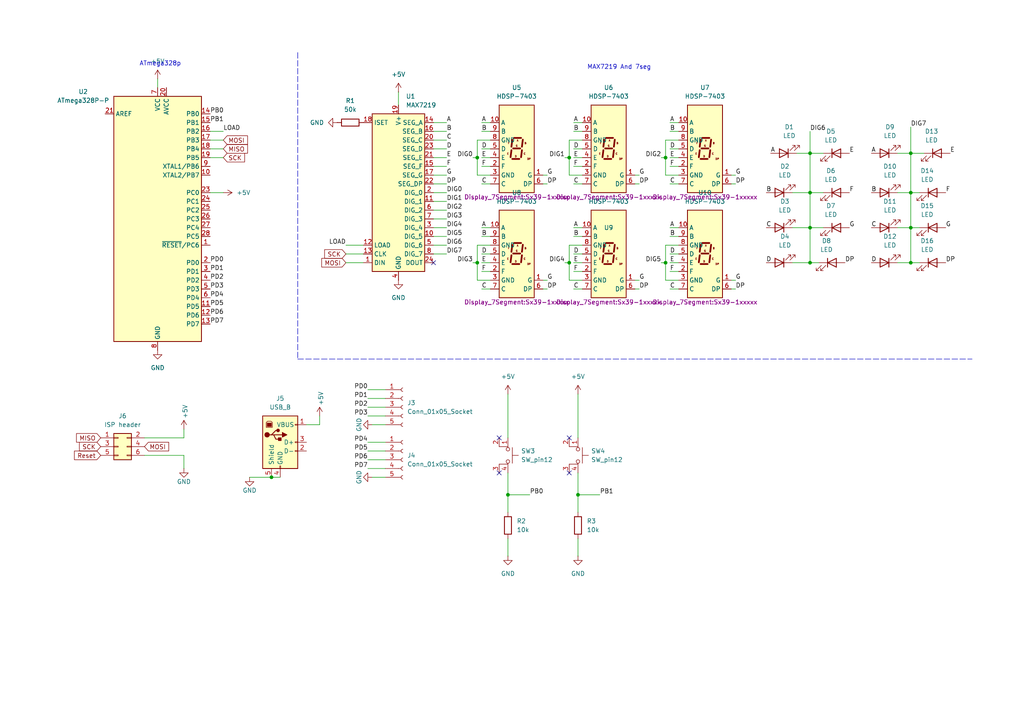
<source format=kicad_sch>
(kicad_sch (version 20250114) (generator "eeschema") (generator_version "9.0")
  (paper "A4")
  (lib_symbols
    (symbol "+5V_1" (power) (pin_numbers (hide yes)) (pin_names (offset 0) (hide yes))
      (property "Value" "+5V" (at 0 3.556 0))
      (symbol "+5V_1_0_1"
        (polyline (pts (xy -0.762 1.27) (xy 0 2.54)))
        (polyline (pts (xy 0 2.54) (xy 0.762 1.27)))
        (polyline (pts (xy 0 0) (xy 0 2.54)))
      )
      (symbol "+5V_1_1_1"
        (pin power_in line (at 0 0 90) (length 0) (name "~") (number "1"))
      )
    )
    (symbol "Connector:Conn_01x05_Socket" (pin_names (offset 1.016) (hide yes))
      (property "Reference" "J" (at 0 7.62 0))
      (property "Value" "Conn_01x05_Socket" (at 0 -7.62 0))
      (symbol "Conn_01x05_Socket_1_1"
        (polyline (pts (xy -1.27 5.08) (xy -0.508 5.08)) (stroke (width 0.1524)))
        (polyline (pts (xy -1.27 2.54) (xy -0.508 2.54)) (stroke (width 0.1524)))
        (polyline (pts (xy -1.27 0) (xy -0.508 0)) (stroke (width 0.1524)))
        (polyline (pts (xy -1.27 -2.54) (xy -0.508 -2.54)) (stroke (width 0.1524)))
        (polyline (pts (xy -1.27 -5.08) (xy -0.508 -5.08)) (stroke (width 0.1524)))
        (arc (start 0 4.572) (mid -0.5058 5.08) (end 0 5.588) (stroke (width 0.1524)))
        (arc (start 0 2.032) (mid -0.5058 2.54) (end 0 3.048) (stroke (width 0.1524)))
        (arc (start 0 -0.508) (mid -0.5058 0) (end 0 0.508) (stroke (width 0.1524)))
        (arc (start 0 -3.048) (mid -0.5058 -2.54) (end 0 -2.032) (stroke (width 0.1524)))
        (arc (start 0 -5.588) (mid -0.5058 -5.08) (end 0 -4.572) (stroke (width 0.1524)))
        (pin passive line (at -5.08 5.08 0) (length 3.81) (name "Pin_1") (number "1"))
        (pin passive line (at -5.08 2.54 0) (length 3.81) (name "Pin_2") (number "2"))
        (pin passive line (at -5.08 0 0) (length 3.81) (name "Pin_3") (number "3"))
        (pin passive line (at -5.08 -2.54 0) (length 3.81) (name "Pin_4") (number "4"))
        (pin passive line (at -5.08 -5.08 0) (length 3.81) (name "Pin_5") (number "5"))
      )
    )
    (symbol "Connector:USB_B" (pin_names (offset 1.016))
      (property "Reference" "J" (at -5.08 11.43 0))
      (property "Value" "USB_B" (at -5.08 8.89 0))
      (symbol "USB_B_0_1"
        (rectangle (start -5.08 -7.62) (end 5.08 7.62) (stroke (width 0.254)) (fill (type background)))
        (polyline (pts (xy -4.064 4.318) (xy -2.286 4.318) (xy -2.286 5.715) (xy -2.667 6.096) (xy -3.683 6.096) (xy -4.064 5.715) (xy -4.064 4.318)))
        (rectangle (start -3.81 5.588) (end -2.54 4.572) (fill (type outline)))
        (circle (center -3.81 2.159) (radius 0.635) (stroke (width 0.254)) (fill (type outline)))
        (polyline (pts (xy -3.175 2.159) (xy -2.54 2.159) (xy -1.27 3.429) (xy -0.635 3.429)) (stroke (width 0.254)))
        (polyline (pts (xy -2.54 2.159) (xy -1.905 2.159) (xy -1.27 0.889) (xy 0 0.889)) (stroke (width 0.254)))
        (polyline (pts (xy -1.905 2.159) (xy 0.635 2.159)) (stroke (width 0.254)))
        (circle (center -0.635 3.429) (radius 0.381) (stroke (width 0.254)) (fill (type outline)))
        (rectangle (start -0.127 -7.62) (end 0.127 -6.858))
        (rectangle (start 0.254 1.27) (end -0.508 0.508) (stroke (width 0.254)) (fill (type outline)))
        (polyline (pts (xy 0.635 2.794) (xy 0.635 1.524) (xy 1.905 2.159) (xy 0.635 2.794)) (stroke (width 0.254)) (fill (type outline)))
        (rectangle (start 5.08 4.953) (end 4.318 5.207))
        (rectangle (start 5.08 -0.127) (end 4.318 0.127))
        (rectangle (start 5.08 -2.667) (end 4.318 -2.413))
      )
      (symbol "USB_B_1_1"
        (pin passive line (at -2.54 -10.16 90) (length 2.54) (name "Shield") (number "5"))
        (pin power_out line (at 0 -10.16 90) (length 2.54) (name "GND") (number "4"))
        (pin power_out line (at 7.62 5.08 180) (length 2.54) (name "VBUS") (number "1"))
        (pin bidirectional line (at 7.62 0 180) (length 2.54) (name "D+") (number "3"))
        (pin bidirectional line (at 7.62 -2.54 180) (length 2.54) (name "D-") (number "2"))
      )
    )
    (symbol "Connector_Generic:Conn_02x03_Odd_Even" (pin_names (offset 1.016) (hide yes))
      (property "Reference" "J" (at 1.27 5.08 0))
      (property "Value" "Conn_02x03_Odd_Even" (at 1.27 -5.08 0))
      (symbol "Conn_02x03_Odd_Even_1_1"
        (rectangle (start -1.27 3.81) (end 3.81 -3.81) (stroke (width 0.254)) (fill (type background)))
        (rectangle (start -1.27 2.667) (end 0 2.413) (stroke (width 0.1524)))
        (rectangle (start -1.27 0.127) (end 0 -0.127) (stroke (width 0.1524)))
        (rectangle (start -1.27 -2.413) (end 0 -2.667) (stroke (width 0.1524)))
        (rectangle (start 3.81 2.667) (end 2.54 2.413) (stroke (width 0.1524)))
        (rectangle (start 3.81 0.127) (end 2.54 -0.127) (stroke (width 0.1524)))
        (rectangle (start 3.81 -2.413) (end 2.54 -2.667) (stroke (width 0.1524)))
        (pin passive line (at -5.08 2.54 0) (length 3.81) (name "Pin_1") (number "1"))
        (pin passive line (at -5.08 0 0) (length 3.81) (name "Pin_3") (number "3"))
        (pin passive line (at -5.08 -2.54 0) (length 3.81) (name "Pin_5") (number "5"))
        (pin passive line (at 7.62 2.54 180) (length 3.81) (name "Pin_2") (number "2"))
        (pin passive line (at 7.62 0 180) (length 3.81) (name "Pin_4") (number "4"))
        (pin passive line (at 7.62 -2.54 180) (length 3.81) (name "Pin_6") (number "6"))
      )
    )
    (symbol "Device:LED" (pin_numbers (hide yes)) (pin_names (offset 1.016) (hide yes))
      (property "Reference" "D" (at 0 2.54 0))
      (property "Value" "LED" (at 0 -2.54 0))
      (symbol "LED_0_1"
        (polyline (pts (xy -3.048 -0.762) (xy -4.572 -2.286) (xy -3.81 -2.286) (xy -4.572 -2.286) (xy -4.572 -1.524)))
        (polyline (pts (xy -1.778 -0.762) (xy -3.302 -2.286) (xy -2.54 -2.286) (xy -3.302 -2.286) (xy -3.302 -1.524)))
        (polyline (pts (xy -1.27 0) (xy 1.27 0)))
        (polyline (pts (xy -1.27 -1.27) (xy -1.27 1.27)) (stroke (width 0.254)))
        (polyline (pts (xy 1.27 -1.27) (xy 1.27 1.27) (xy -1.27 0) (xy 1.27 -1.27)) (stroke (width 0.254)))
      )
      (symbol "LED_1_1"
        (pin passive line (at -3.81 0 0) (length 2.54) (name "K") (number "1"))
        (pin passive line (at 3.81 0 180) (length 2.54) (name "A") (number "2"))
      )
    )
    (symbol "Device:R" (pin_numbers (hide yes)) (pin_names (offset 0))
      (property "Reference" "R" (at 2.032 0 90))
      (property "Value" "R" (at 0 0 90))
      (symbol "R_0_1"
        (rectangle (start -1.016 -2.54) (end 1.016 2.54) (stroke (width 0.254)))
      )
      (symbol "R_1_1"
        (pin passive line (at 0 3.81 270) (length 1.27) (name "~") (number "1"))
        (pin passive line (at 0 -3.81 90) (length 1.27) (name "~") (number "2"))
      )
    )
    (symbol "Driver_LED:MAX7219"
      (property "Reference" "U" (at -6.35 24.13 0))
      (property "Value" "MAX7219" (at 1.27 25.4 0))
      (symbol "MAX7219_0_1"
        (rectangle (start -7.62 22.86) (end 7.62 -22.86) (stroke (width 0.254)) (fill (type background)))
      )
      (symbol "MAX7219_1_1"
        (pin input line (at -10.16 20.32 0) (length 2.54) (name "ISET") (number "18"))
        (pin input line (at -10.16 -15.24 0) (length 2.54) (name "LOAD") (number "12"))
        (pin input line (at -10.16 -17.78 0) (length 2.54) (name "CLK") (number "13"))
        (pin input line (at -10.16 -20.32 0) (length 2.54) (name "DIN") (number "1"))
        (pin power_in line (at 0 25.4 270) (length 2.54) (name "V+") (number "19"))
        (pin power_in line (at 0 -25.4 90) (length 2.54) (name "GND") (number "4"))
        (pin passive line (at 0 -25.4 90) (length 2.54) (hide yes) (name "GND") (number "9"))
        (pin output line (at 10.16 20.32 180) (length 2.54) (name "SEG_A") (number "14"))
        (pin output line (at 10.16 17.78 180) (length 2.54) (name "SEG_B") (number "16"))
        (pin output line (at 10.16 15.24 180) (length 2.54) (name "SEG_C") (number "20"))
        (pin output line (at 10.16 12.7 180) (length 2.54) (name "SEG_D") (number "23"))
        (pin output line (at 10.16 10.16 180) (length 2.54) (name "SEG_E") (number "21"))
        (pin output line (at 10.16 7.62 180) (length 2.54) (name "SEG_F") (number "15"))
        (pin output line (at 10.16 5.08 180) (length 2.54) (name "SEG_G") (number "17"))
        (pin output line (at 10.16 2.54 180) (length 2.54) (name "SEG_DP") (number "22"))
        (pin output line (at 10.16 0 180) (length 2.54) (name "DIG_0") (number "2"))
        (pin output line (at 10.16 -2.54 180) (length 2.54) (name "DIG_1") (number "11"))
        (pin output line (at 10.16 -5.08 180) (length 2.54) (name "DIG_2") (number "6"))
        (pin output line (at 10.16 -7.62 180) (length 2.54) (name "DIG_3") (number "7"))
        (pin output line (at 10.16 -10.16 180) (length 2.54) (name "DIG_4") (number "3"))
        (pin output line (at 10.16 -12.7 180) (length 2.54) (name "DIG_5") (number "10"))
        (pin output line (at 10.16 -15.24 180) (length 2.54) (name "DIG_6") (number "5"))
        (pin output line (at 10.16 -17.78 180) (length 2.54) (name "DIG_7") (number "8"))
        (pin output line (at 10.16 -20.32 180) (length 2.54) (name "DOUT") (number "24"))
      )
    )
    (symbol "HDSP-7403_1"
      (property "Reference" "U4" (at 0 17.78 0))
      (property "Value" "HDSP-7403" (at 0 15.24 0))
      (symbol "HDSP-7403_1_1_0"
        (text "E" (at -2.54 -1.397 0) (effects (font (size 0.508 0.508))))
        (text "F" (at -2.286 1.651 0) (effects (font (size 0.508 0.508))))
        (text "D" (at -0.254 -2.159 0) (effects (font (size 0.508 0.508))))
        (text "G" (at 0 0.889 0) (effects (font (size 0.508 0.508))))
        (text "A" (at 0.254 2.413 0) (effects (font (size 0.508 0.508))))
        (text "C" (at 2.286 -1.397 0) (effects (font (size 0.508 0.508))))
        (text "B" (at 2.54 1.651 0) (effects (font (size 0.508 0.508))))
        (text "DP" (at 3.556 -2.921 0) (effects (font (size 0.508 0.508))))
      )
      (symbol "HDSP-7403_1_1_1"
        (rectangle (start -5.08 12.7) (end 5.08 -12.7) (stroke (width 0.254)) (fill (type background)))
        (polyline (pts (xy -1.524 -0.381) (xy -1.778 -2.413)) (stroke (width 0.508)))
        (polyline (pts (xy -1.27 2.667) (xy -1.524 0.635)) (stroke (width 0.508)))
        (polyline (pts (xy -1.27 -2.921) (xy 0.762 -2.921)) (stroke (width 0.508)))
        (polyline (pts (xy -1.016 0.127) (xy 1.016 0.127)) (stroke (width 0.508)))
        (polyline (pts (xy -0.762 3.175) (xy 1.27 3.175)) (stroke (width 0.508)))
        (polyline (pts (xy 1.524 -0.381) (xy 1.27 -2.413)) (stroke (width 0.508)))
        (polyline (pts (xy 1.778 2.667) (xy 1.524 0.635)) (stroke (width 0.508)))
        (polyline (pts (xy 2.54 -2.921) (xy 2.54 -2.921)) (stroke (width 0.508)))
        (pin input line (at -7.62 7.62 0) (length 2.54) (name "A") (number "10"))
        (pin input line (at -7.62 5.08 0) (length 2.54) (name "B") (number "9"))
        (pin input line (at -7.62 2.54 0) (length 2.54) (name "GND") (number "8"))
        (pin input line (at -7.62 0 0) (length 2.54) (name "D") (number "5"))
        (pin input line (at -7.62 -2.54 0) (length 2.54) (name "E") (number "4"))
        (pin input line (at -7.62 -5.08 0) (length 2.54) (name "F") (number "2"))
        (pin input line (at -7.62 -7.62 0) (length 2.54) (name "GND") (number "3"))
        (pin input line (at -7.62 -10.16 0) (length 2.54) (name "C") (number "7"))
        (pin input line (at 7.62 -7.62 180) (length 2.54) (name "G") (number "1"))
        (pin input line (at 7.62 -10.16 180) (length 2.54) (name "DP") (number "6"))
      )
    )
    (symbol "MCU_Microchip_ATmega:ATmega328P-P"
      (property "Reference" "U" (at -12.7 36.83 0))
      (property "Value" "ATmega328P-P" (at 2.54 -36.83 0))
      (symbol "ATmega328P-P_0_1"
        (rectangle (start -12.7 -35.56) (end 12.7 35.56) (stroke (width 0.254)) (fill (type background)))
      )
      (symbol "ATmega328P-P_1_1"
        (pin passive line (at -15.24 30.48 0) (length 2.54) (name "AREF") (number "21"))
        (pin power_in line (at 0 38.1 270) (length 2.54) (name "VCC") (number "7"))
        (pin passive line (at 0 -38.1 90) (length 2.54) (hide yes) (name "GND") (number "22"))
        (pin power_in line (at 0 -38.1 90) (length 2.54) (name "GND") (number "8"))
        (pin power_in line (at 2.54 38.1 270) (length 2.54) (name "AVCC") (number "20"))
        (pin bidirectional line (at 15.24 30.48 180) (length 2.54) (name "PB0") (number "14"))
        (pin bidirectional line (at 15.24 27.94 180) (length 2.54) (name "PB1") (number "15"))
        (pin bidirectional line (at 15.24 25.4 180) (length 2.54) (name "PB2") (number "16"))
        (pin bidirectional line (at 15.24 22.86 180) (length 2.54) (name "PB3") (number "17"))
        (pin bidirectional line (at 15.24 20.32 180) (length 2.54) (name "PB4") (number "18"))
        (pin bidirectional line (at 15.24 17.78 180) (length 2.54) (name "PB5") (number "19"))
        (pin bidirectional line (at 15.24 15.24 180) (length 2.54) (name "XTAL1/PB6") (number "9"))
        (pin bidirectional line (at 15.24 12.7 180) (length 2.54) (name "XTAL2/PB7") (number "10"))
        (pin bidirectional line (at 15.24 7.62 180) (length 2.54) (name "PC0") (number "23"))
        (pin bidirectional line (at 15.24 5.08 180) (length 2.54) (name "PC1") (number "24"))
        (pin bidirectional line (at 15.24 2.54 180) (length 2.54) (name "PC2") (number "25"))
        (pin bidirectional line (at 15.24 0 180) (length 2.54) (name "PC3") (number "26"))
        (pin bidirectional line (at 15.24 -2.54 180) (length 2.54) (name "PC4") (number "27"))
        (pin bidirectional line (at 15.24 -5.08 180) (length 2.54) (name "PC5") (number "28"))
        (pin bidirectional line (at 15.24 -7.62 180) (length 2.54) (name "~{RESET}/PC6") (number "1"))
        (pin bidirectional line (at 15.24 -12.7 180) (length 2.54) (name "PD0") (number "2"))
        (pin bidirectional line (at 15.24 -15.24 180) (length 2.54) (name "PD1") (number "3"))
        (pin bidirectional line (at 15.24 -17.78 180) (length 2.54) (name "PD2") (number "4"))
        (pin bidirectional line (at 15.24 -20.32 180) (length 2.54) (name "PD3") (number "5"))
        (pin bidirectional line (at 15.24 -22.86 180) (length 2.54) (name "PD4") (number "6"))
        (pin bidirectional line (at 15.24 -25.4 180) (length 2.54) (name "PD5") (number "11"))
        (pin bidirectional line (at 15.24 -27.94 180) (length 2.54) (name "PD6") (number "12"))
        (pin bidirectional line (at 15.24 -30.48 180) (length 2.54) (name "PD7") (number "13"))
      )
    )
    (symbol "Switch:SW_MEC_5E" (pin_names (offset 1.016) (hide yes))
      (property "Reference" "SW" (at 0.635 5.715 0))
      (property "Value" "SW_MEC_5E" (at 0 -3.175 0))
      (symbol "SW_MEC_5E_0_1"
        (polyline (pts (xy -2.54 0) (xy -2.54 2.54) (xy -2.286 2.54)))
        (polyline (pts (xy -2.286 3.81) (xy 2.286 3.81)))
        (circle (center -1.778 2.54) (radius 0.508))
        (polyline (pts (xy 0 3.81) (xy 0 5.588)))
        (circle (center 1.778 2.54) (radius 0.508))
        (polyline (pts (xy 2.54 0) (xy 2.54 2.54) (xy 2.286 2.54)))
        (pin passive line (at -5.08 2.54 0) (length 2.54) (name "1") (number "1"))
        (pin passive line (at -5.08 0 0) (length 2.54) (name "2") (number "2"))
        (pin passive line (at 5.08 2.54 180) (length 2.54) (name "A") (number "4"))
        (pin passive line (at 5.08 0 180) (length 2.54) (name "K") (number "3"))
      )
    )
    (symbol "power:+5V" (power) (pin_names (offset 0))
      (property "Value" "+5V" (at 0 3.556 0))
      (symbol "+5V_0_1"
        (polyline (pts (xy -0.762 1.27) (xy 0 2.54)))
        (polyline (pts (xy 0 2.54) (xy 0.762 1.27)))
        (polyline (pts (xy 0 0) (xy 0 2.54)))
      )
      (symbol "+5V_1_1"
        (pin power_in line (at 0 0 90) (length 0) (hide yes) (name "+5V") (number "1"))
      )
    )
    (symbol "power:GND" (power) (pin_numbers (hide yes)) (pin_names (offset 0) (hide yes))
      (property "Value" "GND" (at 0 -3.81 0))
      (symbol "GND_0_1"
        (polyline (pts (xy 0 0) (xy 0 -1.27) (xy 1.27 -1.27) (xy 0 -2.54) (xy -1.27 -1.27) (xy 0 -1.27)))
      )
      (symbol "GND_1_1"
        (pin power_in line (at 0 0 270) (length 0) (name "~") (number "1"))
      )
    )
  )
  (text "MAX7219 And 7seg\n" (at 179.578 19.558 0) (effects (font (size 1.27 1.27))))
  (text "ATmega328p\n" (at 46.482 18.542 0) (effects (font (size 1.27 1.27))))
  (junction (at 264.16 55.88))
  (junction (at 234.95 44.45))
  (junction (at 138.43 76.2))
  (junction (at 165.1 45.72))
  (junction (at 193.04 45.72))
  (junction (at 167.64 143.51))
  (junction (at 264.16 76.2))
  (junction (at 165.1 76.2))
  (junction (at 138.43 45.72))
  (junction (at 193.04 76.2))
  (junction (at 78.74 138.43))
  (junction (at 147.32 143.51))
  (junction (at 234.95 66.04))
  (junction (at 234.95 76.2))
  (junction (at 264.16 66.04))
  (junction (at 264.16 44.45))
  (junction (at 234.95 55.88))
  (no_connect (at 144.78 137.16))
  (no_connect (at 165.1 127))
  (no_connect (at 165.1 137.16))
  (no_connect (at 125.73 76.2))
  (no_connect (at 144.78 127))
  (wire (pts (xy 212.09 53.34) (xy 213.36 53.34)))
  (wire (pts (xy 139.7 83.82) (xy 142.24 83.82)))
  (wire (pts (xy 138.43 50.8) (xy 142.24 50.8)))
  (wire (pts (xy 157.48 50.8) (xy 158.75 50.8)))
  (wire (pts (xy 196.85 40.64) (xy 193.04 40.64)))
  (wire (pts (xy 194.31 45.72) (xy 196.85 45.72)))
  (wire (pts (xy 129.54 63.5) (xy 125.73 63.5)))
  (wire (pts (xy 139.7 78.74) (xy 142.24 78.74)))
  (wire (pts (xy 194.31 53.34) (xy 196.85 53.34)))
  (wire (pts (xy 147.32 148.59) (xy 147.32 143.51)))
  (wire (pts (xy 92.71 123.19) (xy 92.71 120.65)))
  (wire (pts (xy 138.43 81.28) (xy 142.24 81.28)))
  (wire (pts (xy 100.33 71.12) (xy 105.41 71.12)))
  (wire (pts (xy 229.87 55.88) (xy 234.95 55.88)))
  (wire (pts (xy 100.33 76.2) (xy 105.41 76.2)))
  (wire (pts (xy 106.68 120.65) (xy 111.76 120.65)))
  (wire (pts (xy 193.04 40.64) (xy 193.04 45.72)))
  (wire (pts (xy 196.85 71.12) (xy 193.04 71.12)))
  (wire (pts (xy 139.7 48.26) (xy 142.24 48.26)))
  (wire (pts (xy 129.54 71.12) (xy 125.73 71.12)))
  (wire (pts (xy 212.09 81.28) (xy 213.36 81.28)))
  (wire (pts (xy 107.95 123.19) (xy 111.76 123.19)))
  (wire (pts (xy 166.37 76.2) (xy 168.91 76.2)))
  (wire (pts (xy 138.43 40.64) (xy 138.43 45.72)))
  (wire (pts (xy 166.37 83.82) (xy 168.91 83.82)))
  (wire (pts (xy 53.34 132.08) (xy 53.34 135.89)))
  (wire (pts (xy 41.91 132.08) (xy 53.34 132.08)))
  (wire (pts (xy 138.43 45.72) (xy 138.43 50.8)))
  (wire (pts (xy 72.39 138.43) (xy 78.74 138.43)))
  (wire (pts (xy 229.87 66.04) (xy 234.95 66.04)))
  (wire (pts (xy 157.48 53.34) (xy 158.75 53.34)))
  (wire (pts (xy 167.64 114.3) (xy 167.64 127)))
  (wire (pts (xy 166.37 38.1) (xy 168.91 38.1)))
  (wire (pts (xy 167.64 156.21) (xy 167.64 161.29)))
  (wire (pts (xy 234.95 44.45) (xy 234.95 55.88)))
  (wire (pts (xy 193.04 76.2) (xy 193.04 81.28)))
  (wire (pts (xy 168.91 40.64) (xy 165.1 40.64)))
  (wire (pts (xy 234.95 76.2) (xy 229.87 76.2)))
  (wire (pts (xy 139.7 38.1) (xy 142.24 38.1)))
  (wire (pts (xy 264.16 66.04) (xy 264.16 76.2)))
  (wire (pts (xy 194.31 76.2) (xy 196.85 76.2)))
  (wire (pts (xy 41.91 127) (xy 53.34 127)))
  (wire (pts (xy 166.37 78.74) (xy 168.91 78.74)))
  (wire (pts (xy 147.32 114.3) (xy 147.32 127)))
  (wire (pts (xy 139.7 73.66) (xy 142.24 73.66)))
  (wire (pts (xy 264.16 66.04) (xy 266.7 66.04)))
  (wire (pts (xy 142.24 40.64) (xy 138.43 40.64)))
  (wire (pts (xy 167.64 137.16) (xy 167.64 143.51)))
  (wire (pts (xy 129.54 73.66) (xy 125.73 73.66)))
  (wire (pts (xy 166.37 73.66) (xy 168.91 73.66)))
  (wire (pts (xy 165.1 40.64) (xy 165.1 45.72)))
  (wire (pts (xy 234.95 55.88) (xy 238.76 55.88)))
  (wire (pts (xy 165.1 50.8) (xy 168.91 50.8)))
  (wire (pts (xy 106.68 133.35) (xy 111.76 133.35)))
  (wire (pts (xy 157.48 83.82) (xy 158.75 83.82)))
  (wire (pts (xy 139.7 76.2) (xy 142.24 76.2)))
  (wire (pts (xy 147.32 137.16) (xy 147.32 143.51)))
  (polyline (pts (xy 86.36 104.14) (xy 281.94 104.14)) (stroke (width 0) (type dash)))
  (wire (pts (xy 138.43 71.12) (xy 138.43 76.2)))
  (wire (pts (xy 129.54 68.58) (xy 125.73 68.58)))
  (wire (pts (xy 194.31 35.56) (xy 196.85 35.56)))
  (wire (pts (xy 157.48 81.28) (xy 158.75 81.28)))
  (wire (pts (xy 194.31 38.1) (xy 196.85 38.1)))
  (wire (pts (xy 64.77 43.18) (xy 60.96 43.18)))
  (wire (pts (xy 264.16 76.2) (xy 266.7 76.2)))
  (wire (pts (xy 167.64 143.51) (xy 173.99 143.51)))
  (wire (pts (xy 231.14 44.45) (xy 234.95 44.45)))
  (wire (pts (xy 106.68 130.81) (xy 111.76 130.81)))
  (wire (pts (xy 194.31 43.18) (xy 196.85 43.18)))
  (wire (pts (xy 193.04 45.72) (xy 193.04 50.8)))
  (wire (pts (xy 106.68 115.57) (xy 111.76 115.57)))
  (wire (pts (xy 166.37 48.26) (xy 168.91 48.26)))
  (wire (pts (xy 106.68 118.11) (xy 111.76 118.11)))
  (wire (pts (xy 129.54 60.96) (xy 125.73 60.96)))
  (wire (pts (xy 139.7 53.34) (xy 142.24 53.34)))
  (wire (pts (xy 260.35 55.88) (xy 264.16 55.88)))
  (wire (pts (xy 184.15 53.34) (xy 185.42 53.34)))
  (wire (pts (xy 88.9 123.19) (xy 92.71 123.19)))
  (wire (pts (xy 166.37 66.04) (xy 168.91 66.04)))
  (polyline (pts (xy 86.36 15.24) (xy 86.36 104.14)) (stroke (width 0) (type dash)))
  (wire (pts (xy 264.16 44.45) (xy 267.97 44.45)))
  (wire (pts (xy 60.96 45.72) (xy 64.77 45.72)))
  (wire (pts (xy 139.7 45.72) (xy 142.24 45.72)))
  (wire (pts (xy 168.91 71.12) (xy 165.1 71.12)))
  (wire (pts (xy 107.95 138.43) (xy 111.76 138.43)))
  (wire (pts (xy 139.7 66.04) (xy 142.24 66.04)))
  (wire (pts (xy 129.54 43.18) (xy 125.73 43.18)))
  (wire (pts (xy 129.54 58.42) (xy 125.73 58.42)))
  (wire (pts (xy 264.16 36.83) (xy 264.16 44.45)))
  (wire (pts (xy 106.68 113.03) (xy 111.76 113.03)))
  (wire (pts (xy 193.04 50.8) (xy 196.85 50.8)))
  (wire (pts (xy 129.54 48.26) (xy 125.73 48.26)))
  (wire (pts (xy 194.31 78.74) (xy 196.85 78.74)))
  (wire (pts (xy 260.35 66.04) (xy 264.16 66.04)))
  (wire (pts (xy 165.1 81.28) (xy 168.91 81.28)))
  (wire (pts (xy 64.77 38.1) (xy 60.96 38.1)))
  (wire (pts (xy 115.57 26.67) (xy 115.57 30.48)))
  (wire (pts (xy 166.37 45.72) (xy 168.91 45.72)))
  (wire (pts (xy 167.64 148.59) (xy 167.64 143.51)))
  (wire (pts (xy 194.31 83.82) (xy 196.85 83.82)))
  (wire (pts (xy 191.77 76.2) (xy 193.04 76.2)))
  (wire (pts (xy 163.83 76.2) (xy 165.1 76.2)))
  (wire (pts (xy 129.54 35.56) (xy 125.73 35.56)))
  (wire (pts (xy 264.16 55.88) (xy 266.7 55.88)))
  (wire (pts (xy 139.7 43.18) (xy 142.24 43.18)))
  (wire (pts (xy 45.72 22.86) (xy 45.72 25.4)))
  (wire (pts (xy 234.95 66.04) (xy 238.76 66.04)))
  (wire (pts (xy 212.09 50.8) (xy 213.36 50.8)))
  (wire (pts (xy 147.32 143.51) (xy 153.67 143.51)))
  (wire (pts (xy 129.54 55.88) (xy 125.73 55.88)))
  (wire (pts (xy 234.95 44.45) (xy 238.76 44.45)))
  (wire (pts (xy 139.7 68.58) (xy 142.24 68.58)))
  (wire (pts (xy 147.32 156.21) (xy 147.32 161.29)))
  (wire (pts (xy 184.15 83.82) (xy 185.42 83.82)))
  (wire (pts (xy 193.04 71.12) (xy 193.04 76.2)))
  (wire (pts (xy 194.31 73.66) (xy 196.85 73.66)))
  (wire (pts (xy 260.35 44.45) (xy 264.16 44.45)))
  (wire (pts (xy 53.34 127) (xy 53.34 124.46)))
  (wire (pts (xy 212.09 83.82) (xy 213.36 83.82)))
  (wire (pts (xy 191.77 45.72) (xy 193.04 45.72)))
  (wire (pts (xy 129.54 53.34) (xy 125.73 53.34)))
  (wire (pts (xy 260.35 76.2) (xy 264.16 76.2)))
  (wire (pts (xy 264.16 44.45) (xy 264.16 55.88)))
  (wire (pts (xy 129.54 66.04) (xy 125.73 66.04)))
  (wire (pts (xy 129.54 40.64) (xy 125.73 40.64)))
  (wire (pts (xy 234.95 38.1) (xy 234.95 44.45)))
  (wire (pts (xy 166.37 43.18) (xy 168.91 43.18)))
  (wire (pts (xy 129.54 45.72) (xy 125.73 45.72)))
  (wire (pts (xy 234.95 76.2) (xy 237.49 76.2)))
  (wire (pts (xy 100.33 73.66) (xy 105.41 73.66)))
  (wire (pts (xy 129.54 38.1) (xy 125.73 38.1)))
  (wire (pts (xy 165.1 71.12) (xy 165.1 76.2)))
  (wire (pts (xy 166.37 35.56) (xy 168.91 35.56)))
  (wire (pts (xy 234.95 55.88) (xy 234.95 66.04)))
  (wire (pts (xy 129.54 50.8) (xy 125.73 50.8)))
  (wire (pts (xy 194.31 68.58) (xy 196.85 68.58)))
  (wire (pts (xy 166.37 68.58) (xy 168.91 68.58)))
  (wire (pts (xy 78.74 138.43) (xy 81.28 138.43)))
  (wire (pts (xy 106.68 128.27) (xy 111.76 128.27)))
  (wire (pts (xy 60.96 55.88) (xy 64.77 55.88)))
  (wire (pts (xy 194.31 48.26) (xy 196.85 48.26)))
  (wire (pts (xy 165.1 45.72) (xy 165.1 50.8)))
  (wire (pts (xy 166.37 53.34) (xy 168.91 53.34)))
  (wire (pts (xy 184.15 81.28) (xy 185.42 81.28)))
  (wire (pts (xy 138.43 76.2) (xy 138.43 81.28)))
  (wire (pts (xy 184.15 50.8) (xy 185.42 50.8)))
  (wire (pts (xy 106.68 135.89) (xy 111.76 135.89)))
  (wire (pts (xy 142.24 71.12) (xy 138.43 71.12)))
  (wire (pts (xy 137.16 76.2) (xy 138.43 76.2)))
  (wire (pts (xy 193.04 81.28) (xy 196.85 81.28)))
  (wire (pts (xy 137.16 45.72) (xy 138.43 45.72)))
  (wire (pts (xy 165.1 76.2) (xy 165.1 81.28)))
  (wire (pts (xy 139.7 35.56) (xy 142.24 35.56)))
  (wire (pts (xy 234.95 66.04) (xy 234.95 76.2)))
  (wire (pts (xy 194.31 66.04) (xy 196.85 66.04)))
  (wire (pts (xy 264.16 55.88) (xy 264.16 66.04)))
  (wire (pts (xy 163.83 45.72) (xy 165.1 45.72)))
  (wire (pts (xy 64.77 40.64) (xy 60.96 40.64)))
  (label "DP" (at 158.75 83.82 0))
  (label "PD3" (at 106.68 120.65 180))
  (label "G" (at 246.38 66.04 0))
  (label "G" (at 274.32 66.04 0))
  (label "LOAD" (at 100.33 71.12 180))
  (label "D" (at 194.31 43.18 0))
  (label "A" (at 129.54 35.56 0))
  (label "PD2" (at 106.68 118.11 180))
  (label "PD4" (at 60.96 86.36 0))
  (label "PD6" (at 106.68 133.35 180))
  (label "F" (at 274.32 55.88 0))
  (label "D" (at 139.7 43.18 0))
  (label "D" (at 252.73 76.2 0))
  (label "F" (at 194.31 48.26 0))
  (label "G" (at 158.75 81.28 0))
  (label "E" (at 139.7 76.2 0))
  (label "B" (at 194.31 68.58 0))
  (label "DIG5" (at 191.77 76.2 180))
  (label "PD0" (at 106.68 113.03 180))
  (label "DIG5" (at 129.54 68.58 0))
  (label "D" (at 139.7 73.66 0))
  (label "DIG6" (at 129.54 71.12 0))
  (label "D" (at 129.54 43.18 0))
  (label "A" (at 139.7 35.56 0))
  (label "F" (at 129.54 48.26 0))
  (label "G" (at 185.42 81.28 0))
  (label "G" (at 213.36 81.28 0))
  (label "DP" (at 213.36 83.82 0))
  (label "B" (at 166.37 68.58 0))
  (label "E" (at 129.54 45.72 0))
  (label "PD3" (at 60.96 83.82 0))
  (label "C" (at 222.25 66.04 0))
  (label "PD7" (at 60.96 93.98 0))
  (label "C" (at 129.54 40.64 0))
  (label "F" (at 246.38 55.88 0))
  (label "DIG3" (at 129.54 63.5 0))
  (label "DIG7" (at 264.16 36.83 0))
  (label "DIG7" (at 129.54 73.66 0))
  (label "DIG3" (at 137.16 76.2 180))
  (label "PB1" (at 60.96 35.56 0))
  (label "C" (at 194.31 83.82 0))
  (label "PB1" (at 173.99 143.51 0))
  (label "A" (at 166.37 66.04 0))
  (label "PD7" (at 106.68 135.89 180))
  (label "DIG1" (at 163.83 45.72 180))
  (label "B" (at 139.7 68.58 0))
  (label "B" (at 166.37 38.1 0))
  (label "DIG0" (at 129.54 55.88 0))
  (label "A" (at 166.37 35.56 0))
  (label "A" (at 252.73 44.45 0))
  (label "A" (at 194.31 35.56 0))
  (label "F" (at 194.31 78.74 0))
  (label "D" (at 166.37 43.18 0))
  (label "E" (at 139.7 45.72 0))
  (label "E" (at 166.37 45.72 0))
  (label "DIG0" (at 137.16 45.72 180))
  (label "E" (at 275.59 44.45 0))
  (label "G" (at 129.54 50.8 0))
  (label "F" (at 166.37 48.26 0))
  (label "D" (at 222.25 76.2 0))
  (label "F" (at 139.7 78.74 0))
  (label "A" (at 194.31 66.04 0))
  (label "PD2" (at 60.96 81.28 0))
  (label "DP" (at 213.36 53.34 0))
  (label "DIG2" (at 191.77 45.72 180))
  (label "A" (at 223.52 44.45 0))
  (label "C" (at 252.73 66.04 0))
  (label "G" (at 185.42 50.8 0))
  (label "DP" (at 158.75 53.34 0))
  (label "C" (at 166.37 83.82 0))
  (label "E" (at 246.38 44.45 0))
  (label "PD5" (at 60.96 88.9 0))
  (label "DP" (at 245.11 76.2 0))
  (label "DIG4" (at 163.83 76.2 180))
  (label "E" (at 194.31 45.72 0))
  (label "B" (at 252.73 55.88 0))
  (label "G" (at 213.36 50.8 0))
  (label "PD4" (at 106.68 128.27 180))
  (label "G" (at 158.75 50.8 0))
  (label "C" (at 194.31 53.34 0))
  (label "A" (at 139.7 66.04 0))
  (label "F" (at 166.37 78.74 0))
  (label "D" (at 194.31 73.66 0))
  (label "C" (at 139.7 53.34 0))
  (label "E" (at 166.37 76.2 0))
  (label "PD6" (at 60.96 91.44 0))
  (label "DP" (at 274.32 76.2 0))
  (label "B" (at 194.31 38.1 0))
  (label "E" (at 194.31 76.2 0))
  (label "DIG4" (at 129.54 66.04 0))
  (label "PD5" (at 106.68 130.81 180))
  (label "LOAD" (at 64.77 38.1 0))
  (label "B" (at 129.54 38.1 0))
  (label "B" (at 139.7 38.1 0))
  (label "DP" (at 129.54 53.34 0))
  (label "C" (at 139.7 83.82 0))
  (label "DP" (at 185.42 53.34 0))
  (label "PD1" (at 106.68 115.57 180))
  (label "PB0" (at 60.96 33.02 0))
  (label "DIG2" (at 129.54 60.96 0))
  (label "C" (at 166.37 53.34 0))
  (label "DP" (at 185.42 83.82 0))
  (label "PB0" (at 153.67 143.51 0))
  (label "B" (at 222.25 55.88 0))
  (label "F" (at 139.7 48.26 0))
  (label "DIG6" (at 234.95 38.1 0))
  (label "DIG1" (at 129.54 58.42 0))
  (label "D" (at 166.37 73.66 0))
  (label "PD0" (at 60.96 76.2 0))
  (label "PD1" (at 60.96 78.74 0))
  (global_label "SCK" (shape input) (at 29.21 129.54 180) (property "Intersheetrefs" "${INTERSHEET_REFS}" (effects (hide yes))))
  (global_label "MOSI" (shape input) (at 41.91 129.54 0) (property "Intersheetrefs" "${INTERSHEET_REFS}" (effects (hide yes))))
  (global_label "Reset" (shape input) (at 29.21 132.08 180) (property "Intersheetrefs" "${INTERSHEET_REFS}" (effects (hide yes))))
  (global_label "SCK" (shape input) (at 64.77 45.72 0) (property "Intersheetrefs" "${INTERSHEET_REFS}" (effects (hide yes))))
  (global_label "MOSI" (shape input) (at 64.77 40.64 0) (property "Intersheetrefs" "${INTERSHEET_REFS}" (effects (hide yes))))
  (global_label "SCK" (shape input) (at 100.33 73.66 180) (property "Intersheetrefs" "${INTERSHEET_REFS}" (effects (hide yes))))
  (global_label "MISO" (shape input) (at 29.21 127 180) (property "Intersheetrefs" "${INTERSHEET_REFS}" (effects (hide yes))))
  (global_label "MOSI" (shape input) (at 100.33 76.2 180) (property "Intersheetrefs" "${INTERSHEET_REFS}" (effects (hide yes))))
  (global_label "MISO" (shape input) (at 64.77 43.18 0) (property "Intersheetrefs" "${INTERSHEET_REFS}" (effects (hide yes))))
  (symbol (lib_id "Device:LED") (at 226.06 55.88 180) (unit 1)
    (property "Reference" "D2" (at 227.6475 48.26 0))
    (property "Value" "LED" (at 227.6475 50.8 0))
    (property "Footprint" "LED_THT:LED_D3.0mm_Clear" (effects (hide yes)))
    (property "Description" "Light emitting diode" (effects (hide yes)))
    (property "Sim.Pins" "1=K 2=A" (effects (hide yes)))
  )
  (symbol (lib_id "Device:LED") (at 227.33 44.45 180) (unit 1)
    (property "Reference" "D1" (at 228.9175 36.83 0))
    (property "Value" "LED" (at 228.9175 39.37 0))
    (property "Footprint" "LED_THT:LED_D3.0mm_Clear" (effects (hide yes)))
    (property "Description" "Light emitting diode" (effects (hide yes)))
    (property "Sim.Pins" "1=K 2=A" (effects (hide yes)))
  )
  (symbol (lib_id "power:+5V") (at 92.71 120.65 0) (unit 1)
    (property "Reference" "#PWR012" (effects (hide yes)))
    (property "Value" "+5V" (at 93.0656 117.602 90) (effects (justify left)))
  )
  (symbol (lib_id "Connector_Generic:Conn_02x03_Odd_Even") (at 34.29 129.54 0) (unit 1)
    (property "Reference" "J6" (at 35.56 120.65 0))
    (property "Value" "ISP header" (at 35.56 123.19 0))
    (property "Footprint" "Connector_PinHeader_2.54mm:PinHeader_2x03_P2.54mm_Horizontal" (effects (hide yes)))
    (property "Datasheet" "https://media.distrelec.com/Web/Downloads/_t/ds/90130-3206_eng_tds.pdf" (effects (hide yes)))
  )
  (symbol (lib_name "+5V_1") (lib_id "power:+5V") (at 64.77 55.88 270) (unit 1)
    (property "Reference" "#PWR04" (effects (hide yes)))
    (property "Value" "+5V" (at 68.58 55.8799 90) (effects (justify left)))
    (property "Description" "Power symbol creates a global label with name \"+5V\"" (effects (hide yes)))
  )
  (symbol (lib_name "HDSP-7403_1") (lib_id "Display_Character:HDSP-7403") (at 204.47 73.66 0) (unit 1)
    (property "Reference" "U10" (at 204.47 55.88 0))
    (property "Value" "HDSP-7403" (at 204.47 58.42 0))
    (property "Footprint" "Display_7Segment:Sx39-1xxxxx" (at 204.47 87.63 0))
    (property "Datasheet" "https://docs.broadcom.com/docs/AV02-2553EN" (effects (hide yes)))
    (property "Description" "One digit 7 segment yellow, common cathode" (effects (hide yes)))
  )
  (symbol (lib_id "Device:LED") (at 256.54 44.45 180) (unit 1)
    (property "Reference" "D9" (at 258.1275 36.83 0))
    (property "Value" "LED" (at 258.1275 39.37 0))
    (property "Footprint" "LED_THT:LED_D3.0mm_Clear" (effects (hide yes)))
    (property "Description" "Light emitting diode" (effects (hide yes)))
    (property "Sim.Pins" "1=K 2=A" (effects (hide yes)))
  )
  (symbol (lib_id "Device:LED") (at 256.54 66.04 180) (unit 1)
    (property "Reference" "D11" (at 258.1275 58.42 0))
    (property "Value" "LED" (at 258.1275 60.96 0))
    (property "Footprint" "LED_THT:LED_D3.0mm_Clear" (effects (hide yes)))
    (property "Description" "Light emitting diode" (effects (hide yes)))
    (property "Sim.Pins" "1=K 2=A" (effects (hide yes)))
  )
  (symbol (lib_id "Driver_LED:MAX7219") (at 115.57 55.88 0) (unit 1)
    (property "Reference" "U1" (at 117.7133 27.94 0) (effects (justify left)))
    (property "Value" "MAX7219" (at 117.7133 30.48 0) (effects (justify left)))
    (property "Footprint" "Package_DIP:DIP-28_W7.62mm" (effects (hide yes)))
    (property "Datasheet" "https://datasheets.maximintegrated.com/en/ds/MAX7219-MAX7221.pdf" (effects (hide yes)))
    (property "Description" "8-Digit LED Display Driver" (effects (hide yes)))
  )
  (symbol (lib_id "Connector:Conn_01x05_Socket") (at 116.84 118.11 0) (unit 1)
    (property "Reference" "J3" (at 118.11 116.8399 0) (effects (justify left)))
    (property "Value" "Conn_01x05_Socket" (at 118.11 119.3799 0) (effects (justify left)))
    (property "Footprint" "Connector_PinSocket_2.54mm:PinSocket_1x05_P2.54mm_Vertical" (effects (hide yes)))
    (property "Description" "Generic connector, single row, 01x05, script generated" (effects (hide yes)))
  )
  (symbol (lib_id "power:GND") (at 53.34 135.89 0) (unit 1)
    (property "Reference" "#PWR015" (effects (hide yes)))
    (property "Value" "GND" (at 53.34 139.7 0))
  )
  (symbol (lib_id "power:GND") (at 107.95 123.19 270) (unit 1)
    (property "Reference" "#PWR014" (effects (hide yes)))
    (property "Value" "GND" (at 104.14 123.19 0))
  )
  (symbol (lib_name "+5V_1") (lib_id "power:+5V") (at 115.57 26.67 0) (unit 1)
    (property "Reference" "#PWR06" (effects (hide yes)))
    (property "Value" "+5V" (at 115.57 21.59 0))
    (property "Description" "Power symbol creates a global label with name \"+5V\"" (effects (hide yes)))
  )
  (symbol (lib_id "Device:LED") (at 270.51 76.2 0) (unit 1)
    (property "Reference" "D16" (at 268.9225 69.85 0))
    (property "Value" "LED" (at 268.9225 72.39 0))
    (property "Footprint" "LED_THT:LED_D3.0mm_Clear" (effects (hide yes)))
    (property "Description" "Light emitting diode" (effects (hide yes)))
    (property "Sim.Pins" "1=K 2=A" (effects (hide yes)))
  )
  (symbol (lib_id "Device:LED") (at 270.51 66.04 0) (unit 1)
    (property "Reference" "D15" (at 268.9225 59.69 0))
    (property "Value" "LED" (at 268.9225 62.23 0))
    (property "Footprint" "LED_THT:LED_D3.0mm_Clear" (effects (hide yes)))
    (property "Description" "Light emitting diode" (effects (hide yes)))
    (property "Sim.Pins" "1=K 2=A" (effects (hide yes)))
  )
  (symbol (lib_id "Device:LED") (at 242.57 66.04 0) (unit 1)
    (property "Reference" "D7" (at 240.9825 59.69 0))
    (property "Value" "LED" (at 240.9825 62.23 0))
    (property "Footprint" "LED_THT:LED_D3.0mm_Clear" (effects (hide yes)))
    (property "Description" "Light emitting diode" (effects (hide yes)))
    (property "Sim.Pins" "1=K 2=A" (effects (hide yes)))
  )
  (symbol (lib_id "Device:LED") (at 270.51 55.88 0) (unit 1)
    (property "Reference" "D14" (at 268.9225 49.53 0))
    (property "Value" "LED" (at 268.9225 52.07 0))
    (property "Footprint" "LED_THT:LED_D3.0mm_Clear" (effects (hide yes)))
    (property "Description" "Light emitting diode" (effects (hide yes)))
    (property "Sim.Pins" "1=K 2=A" (effects (hide yes)))
  )
  (symbol (lib_id "Device:LED") (at 256.54 55.88 180) (unit 1)
    (property "Reference" "D10" (at 258.1275 48.26 0))
    (property "Value" "LED" (at 258.1275 50.8 0))
    (property "Footprint" "LED_THT:LED_D3.0mm_Clear" (effects (hide yes)))
    (property "Description" "Light emitting diode" (effects (hide yes)))
    (property "Sim.Pins" "1=K 2=A" (effects (hide yes)))
  )
  (symbol (lib_id "Device:LED") (at 242.57 44.45 0) (unit 1)
    (property "Reference" "D5" (at 240.9825 38.1 0))
    (property "Value" "LED" (at 240.9825 40.64 0))
    (property "Footprint" "LED_THT:LED_D3.0mm_Clear" (effects (hide yes)))
    (property "Description" "Light emitting diode" (effects (hide yes)))
    (property "Sim.Pins" "1=K 2=A" (effects (hide yes)))
  )
  (symbol (lib_name "HDSP-7403_1") (lib_id "Display_Character:HDSP-7403") (at 149.86 43.18 0) (unit 1)
    (property "Reference" "U5" (at 149.86 25.4 0))
    (property "Value" "HDSP-7403" (at 149.86 27.94 0))
    (property "Footprint" "Display_7Segment:Sx39-1xxxxx" (at 149.86 57.15 0))
    (property "Datasheet" "https://docs.broadcom.com/docs/AV02-2553EN" (effects (hide yes)))
    (property "Description" "One digit 7 segment yellow, common cathode" (effects (hide yes)))
  )
  (symbol (lib_id "Device:R") (at 101.6 35.56 90) (unit 1)
    (property "Reference" "R1" (at 101.6 29.21 90))
    (property "Value" "50k" (at 101.6 31.75 90))
    (property "Footprint" "Resistor_THT:R_Axial_DIN0204_L3.6mm_D1.6mm_P7.62mm_Horizontal" (effects (hide yes)))
    (property "Description" "Resistor" (effects (hide yes)))
  )
  (symbol (lib_id "power:GND") (at 72.39 138.43 0) (unit 1)
    (property "Reference" "#PWR013" (effects (hide yes)))
    (property "Value" "GND" (at 72.39 142.24 0))
  )
  (symbol (lib_id "power:GND") (at 167.64 161.29 0) (unit 1)
    (property "Reference" "#PWR09" (effects (hide yes)))
    (property "Value" "GND" (at 167.64 166.37 0))
    (property "Description" "Power symbol creates a global label with name \"GND\" , ground" (effects (hide yes)))
  )
  (symbol (lib_name "HDSP-7403_1") (lib_id "Display_Character:HDSP-7403") (at 204.47 43.18 0) (unit 1)
    (property "Reference" "U7" (at 204.47 25.4 0))
    (property "Value" "HDSP-7403" (at 204.47 27.94 0))
    (property "Footprint" "Display_7Segment:Sx39-1xxxxx" (at 204.47 57.15 0))
    (property "Datasheet" "https://docs.broadcom.com/docs/AV02-2553EN" (effects (hide yes)))
    (property "Description" "One digit 7 segment yellow, common cathode" (effects (hide yes)))
  )
  (symbol (lib_id "power:GND") (at 107.95 138.43 270) (unit 1)
    (property "Reference" "#PWR017" (effects (hide yes)))
    (property "Value" "GND" (at 104.14 138.43 0))
  )
  (symbol (lib_id "Device:R") (at 147.32 152.4 0) (unit 1)
    (property "Reference" "R2" (at 149.86 151.1299 0) (effects (justify left)))
    (property "Value" "10k" (at 149.86 153.6699 0) (effects (justify left)))
    (property "Footprint" "Resistor_THT:R_Axial_DIN0204_L3.6mm_D1.6mm_P7.62mm_Horizontal" (effects (hide yes)))
    (property "Description" "Resistor" (effects (hide yes)))
  )
  (symbol (lib_id "Switch:SW_MEC_5E") (at 165.1 132.08 270) (unit 1)
    (property "Reference" "SW4" (at 171.45 130.8099 90) (effects (justify left)))
    (property "Value" "SW_pin12" (at 171.45 133.3499 90) (effects (justify left)))
    (property "Footprint" "Button_Switch_THT:SW_PUSH-12mm_Wuerth-430476085716" (effects (hide yes)))
    (property "Datasheet" "http://www.apem.com/int/index.php?controller=attachment&id_attachment=1371" (effects (hide yes)))
    (property "Description" "MEC 5E single pole normally-open tactile switch" (effects (hide yes)))
  )
  (symbol (lib_name "HDSP-7403_1") (lib_id "Display_Character:HDSP-7403") (at 176.53 73.66 0) (unit 1)
    (property "Reference" "U9" (at 176.53 66.04 0))
    (property "Value" "HDSP-7403" (at 176.53 58.42 0))
    (property "Footprint" "Display_7Segment:Sx39-1xxxxx" (at 176.53 87.63 0))
    (property "Datasheet" "https://docs.broadcom.com/docs/AV02-2553EN" (effects (hide yes)))
    (property "Description" "One digit 7 segment yellow, common cathode" (effects (hide yes)))
  )
  (symbol (lib_id "power:GND") (at 97.79 35.56 270) (unit 1)
    (property "Reference" "#PWR03" (effects (hide yes)))
    (property "Value" "GND" (at 93.98 35.5599 90) (effects (justify right)))
    (property "Description" "Power symbol creates a global label with name \"GND\" , ground" (effects (hide yes)))
  )
  (symbol (lib_id "power:GND") (at 115.57 81.28 0) (unit 1)
    (property "Reference" "#PWR02" (effects (hide yes)))
    (property "Value" "GND" (at 115.57 86.36 0))
    (property "Description" "Power symbol creates a global label with name \"GND\" , ground" (effects (hide yes)))
  )
  (symbol (lib_id "Device:LED") (at 242.57 55.88 0) (unit 1)
    (property "Reference" "D6" (at 240.9825 49.53 0))
    (property "Value" "LED" (at 240.9825 52.07 0))
    (property "Footprint" "LED_THT:LED_D3.0mm_Clear" (effects (hide yes)))
    (property "Description" "Light emitting diode" (effects (hide yes)))
    (property "Sim.Pins" "1=K 2=A" (effects (hide yes)))
  )
  (symbol (lib_id "Device:R") (at 167.64 152.4 0) (unit 1)
    (property "Reference" "R3" (at 170.18 151.1299 0) (effects (justify left)))
    (property "Value" "10k" (at 170.18 153.6699 0) (effects (justify left)))
    (property "Footprint" "Resistor_THT:R_Axial_DIN0204_L3.6mm_D1.6mm_P7.62mm_Horizontal" (effects (hide yes)))
    (property "Description" "Resistor" (effects (hide yes)))
  )
  (symbol (lib_id "Device:LED") (at 271.78 44.45 0) (unit 1)
    (property "Reference" "D13" (at 270.1925 38.1 0))
    (property "Value" "LED" (at 270.1925 40.64 0))
    (property "Footprint" "LED_THT:LED_D3.0mm_Clear" (effects (hide yes)))
    (property "Description" "Light emitting diode" (effects (hide yes)))
    (property "Sim.Pins" "1=K 2=A" (effects (hide yes)))
  )
  (symbol (lib_id "Switch:SW_MEC_5E") (at 144.78 132.08 270) (unit 1)
    (property "Reference" "SW3" (at 151.13 130.8099 90) (effects (justify left)))
    (property "Value" "SW_pin12" (at 151.13 133.3499 90) (effects (justify left)))
    (property "Footprint" "Button_Switch_THT:SW_PUSH-12mm_Wuerth-430476085716" (effects (hide yes)))
    (property "Datasheet" "http://www.apem.com/int/index.php?controller=attachment&id_attachment=1371" (effects (hide yes)))
    (property "Description" "MEC 5E single pole normally-open tactile switch" (effects (hide yes)))
  )
  (symbol (lib_id "Device:LED") (at 256.54 76.2 180) (unit 1)
    (property "Reference" "D12" (at 258.1275 68.58 0))
    (property "Value" "LED" (at 258.1275 71.12 0))
    (property "Footprint" "LED_THT:LED_D3.0mm_Clear" (effects (hide yes)))
    (property "Description" "Light emitting diode" (effects (hide yes)))
    (property "Sim.Pins" "1=K 2=A" (effects (hide yes)))
  )
  (symbol (lib_name "HDSP-7403_1") (lib_id "Display_Character:HDSP-7403") (at 149.86 73.66 0) (unit 1)
    (property "Reference" "U8" (at 149.86 55.88 0))
    (property "Value" "HDSP-7403" (at 149.86 58.42 0))
    (property "Footprint" "Display_7Segment:Sx39-1xxxxx" (at 149.86 87.63 0))
    (property "Datasheet" "https://docs.broadcom.com/docs/AV02-2553EN" (effects (hide yes)))
    (property "Description" "One digit 7 segment yellow, common cathode" (effects (hide yes)))
  )
  (symbol (lib_id "power:GND") (at 45.72 101.6 0) (unit 1)
    (property "Reference" "#PWR01" (effects (hide yes)))
    (property "Value" "GND" (at 45.72 106.68 0))
    (property "Description" "Power symbol creates a global label with name \"GND\" , ground" (effects (hide yes)))
  )
  (symbol (lib_id "Device:LED") (at 241.3 76.2 0) (unit 1)
    (property "Reference" "D8" (at 239.7125 69.85 0))
    (property "Value" "LED" (at 239.7125 72.39 0))
    (property "Footprint" "LED_THT:LED_D3.0mm_Clear" (effects (hide yes)))
    (property "Description" "Light emitting diode" (effects (hide yes)))
    (property "Sim.Pins" "1=K 2=A" (effects (hide yes)))
  )
  (symbol (lib_id "power:GND") (at 147.32 161.29 0) (unit 1)
    (property "Reference" "#PWR08" (effects (hide yes)))
    (property "Value" "GND" (at 147.32 166.37 0))
    (property "Description" "Power symbol creates a global label with name \"GND\" , ground" (effects (hide yes)))
  )
  (symbol (lib_id "Device:LED") (at 226.06 66.04 180) (unit 1)
    (property "Reference" "D3" (at 227.6475 58.42 0))
    (property "Value" "LED" (at 227.6475 60.96 0))
    (property "Footprint" "LED_THT:LED_D3.0mm_Clear" (effects (hide yes)))
    (property "Description" "Light emitting diode" (effects (hide yes)))
    (property "Sim.Pins" "1=K 2=A" (effects (hide yes)))
  )
  (symbol (lib_id "MCU_Microchip_ATmega:ATmega328P-P") (at 45.72 63.5 0) (unit 1)
    (property "Reference" "U2" (at 24.13 26.5998 0))
    (property "Value" "ATmega328P-P" (at 24.13 29.1398 0))
    (property "Footprint" "Package_DIP:DIP-28_W7.62mm" (effects (hide yes)))
    (property "Datasheet" "http://ww1.microchip.com/downloads/en/DeviceDoc/ATmega328_P%20AVR%20MCU%20with%20picoPower%20Technology%20Data%20Sheet%2040001984A.pdf" (effects (hide yes)))
    (property "Description" "20MHz, 32kB Flash, 2kB SRAM, 1kB EEPROM, DIP-28" (effects (hide yes)))
  )
  (symbol (lib_id "Device:LED") (at 226.06 76.2 180) (unit 1)
    (property "Reference" "D4" (at 227.6475 68.58 0))
    (property "Value" "LED" (at 227.6475 71.12 0))
    (property "Footprint" "LED_THT:LED_D3.0mm_Clear" (effects (hide yes)))
    (property "Description" "Light emitting diode" (effects (hide yes)))
    (property "Sim.Pins" "1=K 2=A" (effects (hide yes)))
  )
  (symbol (lib_name "+5V_1") (lib_id "power:+5V") (at 45.72 22.86 0) (unit 1)
    (property "Reference" "#PWR05" (effects (hide yes)))
    (property "Value" "+5V" (at 45.72 17.78 0))
    (property "Description" "Power symbol creates a global label with name \"+5V\"" (effects (hide yes)))
  )
  (symbol (lib_id "Connector:Conn_01x05_Socket") (at 116.84 133.35 0) (unit 1)
    (property "Reference" "J4" (at 118.11 132.0799 0) (effects (justify left)))
    (property "Value" "Conn_01x05_Socket" (at 118.11 134.6199 0) (effects (justify left)))
    (property "Footprint" "Connector_PinSocket_2.54mm:PinSocket_1x05_P2.54mm_Vertical" (effects (hide yes)))
    (property "Description" "Generic connector, single row, 01x05, script generated" (effects (hide yes)))
  )
  (symbol (lib_name "HDSP-7403_1") (lib_id "Display_Character:HDSP-7403") (at 176.53 43.18 0) (unit 1)
    (property "Reference" "U6" (at 176.53 25.4 0))
    (property "Value" "HDSP-7403" (at 176.53 27.94 0))
    (property "Footprint" "Display_7Segment:Sx39-1xxxxx" (at 176.53 57.15 0))
    (property "Datasheet" "https://docs.broadcom.com/docs/AV02-2553EN" (effects (hide yes)))
    (property "Description" "One digit 7 segment yellow, common cathode" (effects (hide yes)))
  )
  (symbol (lib_id "power:+5V") (at 167.64 114.3 0) (unit 1)
    (property "Reference" "#PWR011" (effects (hide yes)))
    (property "Value" "+5V" (at 167.64 109.22 0))
    (property "Description" "Power symbol creates a global label with name \"+5V\"" (effects (hide yes)))
  )
  (symbol (lib_id "Connector:USB_B") (at 81.28 128.27 0) (unit 1)
    (property "Reference" "J5" (at 81.28 115.57 0))
    (property "Value" "USB_B" (at 81.28 118.11 0))
    (property "Footprint" "Connector_USB:USB_B_Lumberg_2411_02_Horizontal" (effects (hide yes)))
    (property "Datasheet" "https://www.electrokit.com/produkt/usb-b-hona-pcb-vinklad/" (effects (hide yes)))
  )
  (symbol (lib_id "power:+5V") (at 53.34 124.46 0) (unit 1)
    (property "Reference" "#PWR016" (effects (hide yes)))
    (property "Value" "+5V" (at 53.6956 121.412 90) (effects (justify left)))
  )
  (symbol (lib_id "power:+5V") (at 147.32 114.3 0) (unit 1)
    (property "Reference" "#PWR010" (effects (hide yes)))
    (property "Value" "+5V" (at 147.32 109.22 0))
    (property "Description" "Power symbol creates a global label with name \"+5V\"" (effects (hide yes)))
  )
)
</source>
